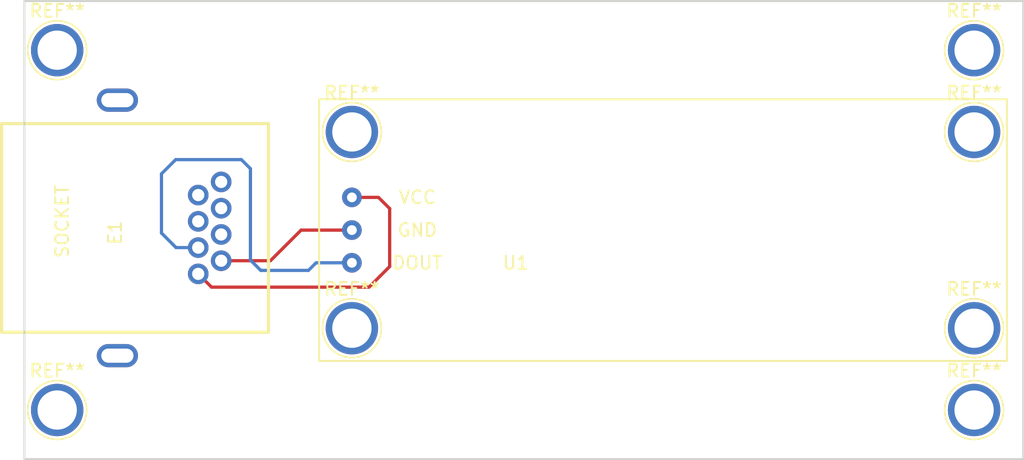
<source format=kicad_pcb>
(kicad_pcb (version 4) (host pcbnew 4.0.6)

  (general
    (links 3)
    (no_connects 0)
    (area 153.594999 85.014999 231.215001 120.725001)
    (thickness 1.6)
    (drawings 6)
    (tracks 20)
    (zones 0)
    (modules 10)
    (nets 9)
  )

  (page A4)
  (title_block
    (title pod_health_laser)
  )

  (layers
    (0 F.Cu signal)
    (31 B.Cu signal)
    (32 B.Adhes user)
    (33 F.Adhes user)
    (34 B.Paste user)
    (35 F.Paste user)
    (36 B.SilkS user)
    (37 F.SilkS user)
    (38 B.Mask user)
    (39 F.Mask user)
    (40 Dwgs.User user)
    (41 Cmts.User user)
    (42 Eco1.User user)
    (43 Eco2.User user)
    (44 Edge.Cuts user)
    (45 Margin user)
    (46 B.CrtYd user)
    (47 F.CrtYd user)
    (48 B.Fab user)
    (49 F.Fab user)
  )

  (setup
    (last_trace_width 0.25)
    (trace_clearance 0.2)
    (zone_clearance 0.508)
    (zone_45_only no)
    (trace_min 0.2)
    (segment_width 0.2)
    (edge_width 0.15)
    (via_size 0.6)
    (via_drill 0.4)
    (via_min_size 0.4)
    (via_min_drill 0.3)
    (uvia_size 0.3)
    (uvia_drill 0.1)
    (uvias_allowed no)
    (uvia_min_size 0.2)
    (uvia_min_drill 0.1)
    (pcb_text_width 0.3)
    (pcb_text_size 1.5 1.5)
    (mod_edge_width 0.15)
    (mod_text_size 1 1)
    (mod_text_width 0.15)
    (pad_size 1.524 1.524)
    (pad_drill 0.762)
    (pad_to_mask_clearance 0.2)
    (aux_axis_origin 0 0)
    (visible_elements 7FFFFFFF)
    (pcbplotparams
      (layerselection 0x00030_80000001)
      (usegerberextensions false)
      (excludeedgelayer true)
      (linewidth 0.100000)
      (plotframeref false)
      (viasonmask false)
      (mode 1)
      (useauxorigin false)
      (hpglpennumber 1)
      (hpglpenspeed 20)
      (hpglpendiameter 15)
      (hpglpenoverlay 2)
      (psnegative false)
      (psa4output false)
      (plotreference true)
      (plotvalue true)
      (plotinvisibletext false)
      (padsonsilk false)
      (subtractmaskfromsilk false)
      (outputformat 1)
      (mirror false)
      (drillshape 1)
      (scaleselection 1)
      (outputdirectory ""))
  )

  (net 0 "")
  (net 1 "Net-(E1-Pad1)")
  (net 2 "Net-(E1-Pad2)")
  (net 3 "Net-(E1-Pad3)")
  (net 4 "Net-(E1-Pad4)")
  (net 5 "Net-(E1-Pad5)")
  (net 6 "Net-(E1-Pad6)")
  (net 7 "Net-(E1-Pad8)")
  (net 8 "Net-(E1-Pad7)")

  (net_class Default "This is the default net class."
    (clearance 0.2)
    (trace_width 0.25)
    (via_dia 0.6)
    (via_drill 0.4)
    (uvia_dia 0.3)
    (uvia_drill 0.1)
    (add_net "Net-(E1-Pad1)")
    (add_net "Net-(E1-Pad2)")
    (add_net "Net-(E1-Pad3)")
    (add_net "Net-(E1-Pad4)")
    (add_net "Net-(E1-Pad5)")
    (add_net "Net-(E1-Pad6)")
    (add_net "Net-(E1-Pad7)")
    (add_net "Net-(E1-Pad8)")
  )

  (module laser_sensor:laser_sensor (layer F.Cu) (tedit 58ED99D4) (tstamp 58ED7F7A)
    (at 176.53 102.87)
    (path /58ED7D35)
    (fp_text reference U1 (at 15.24 2.54) (layer F.SilkS)
      (effects (font (size 1 1) (thickness 0.15)))
    )
    (fp_text value laser_sensor (at 15.24 -2.54) (layer F.Fab)
      (effects (font (size 1 1) (thickness 0.15)))
    )
    (fp_line (start 0 10.16) (end 0 -10.16) (layer F.SilkS) (width 0.15))
    (fp_line (start 53.34 -10.16) (end 53.34 10.16) (layer F.SilkS) (width 0.15))
    (fp_line (start 53.34 10.16) (end 49.53 10.16) (layer F.SilkS) (width 0.15))
    (fp_line (start 0 -10.16) (end 53.34 -10.16) (layer F.SilkS) (width 0.15))
    (fp_line (start 49.53 10.16) (end 0 10.16) (layer F.SilkS) (width 0.15))
    (fp_text user VCC (at 7.62 -2.54) (layer F.SilkS)
      (effects (font (size 1 1) (thickness 0.15)))
    )
    (fp_text user GND (at 7.62 0) (layer F.SilkS)
      (effects (font (size 1 1) (thickness 0.15)))
    )
    (fp_text user DOUT (at 7.62 2.54) (layer F.SilkS)
      (effects (font (size 1 1) (thickness 0.15)))
    )
    (pad 1 thru_hole circle (at 2.54 2.54) (size 1.524 1.524) (drill 0.762) (layers *.Cu *.Mask)
      (net 3 "Net-(E1-Pad3)"))
    (pad 2 thru_hole circle (at 2.54 0) (size 1.524 1.524) (drill 0.762) (layers *.Cu *.Mask)
      (net 2 "Net-(E1-Pad2)"))
    (pad 3 thru_hole circle (at 2.54 -2.54) (size 1.524 1.524) (drill 0.762) (layers *.Cu *.Mask)
      (net 1 "Net-(E1-Pad1)"))
  )

  (module Connectors:1pin (layer F.Cu) (tedit 5861332C) (tstamp 58ED9441)
    (at 156.21 88.9)
    (descr "module 1 pin (ou trou mecanique de percage)")
    (tags DEV)
    (fp_text reference REF** (at 0 -3.048) (layer F.SilkS)
      (effects (font (size 1 1) (thickness 0.15)))
    )
    (fp_text value 1pin (at 0 3) (layer F.Fab)
      (effects (font (size 1 1) (thickness 0.15)))
    )
    (fp_circle (center 0 0) (end 2 0.8) (layer F.Fab) (width 0.1))
    (fp_circle (center 0 0) (end 2.6 0) (layer F.CrtYd) (width 0.05))
    (fp_circle (center 0 0) (end 0 -2.286) (layer F.SilkS) (width 0.12))
    (pad 1 thru_hole circle (at 0 0) (size 4.064 4.064) (drill 3.048) (layers *.Cu *.Mask))
  )

  (module Connectors:1pin (layer F.Cu) (tedit 5861332C) (tstamp 58ED9449)
    (at 227.33 88.9)
    (descr "module 1 pin (ou trou mecanique de percage)")
    (tags DEV)
    (fp_text reference REF** (at 0 -3.048) (layer F.SilkS)
      (effects (font (size 1 1) (thickness 0.15)))
    )
    (fp_text value 1pin (at 0 3) (layer F.Fab)
      (effects (font (size 1 1) (thickness 0.15)))
    )
    (fp_circle (center 0 0) (end 2 0.8) (layer F.Fab) (width 0.1))
    (fp_circle (center 0 0) (end 2.6 0) (layer F.CrtYd) (width 0.05))
    (fp_circle (center 0 0) (end 0 -2.286) (layer F.SilkS) (width 0.12))
    (pad 1 thru_hole circle (at 0 0) (size 4.064 4.064) (drill 3.048) (layers *.Cu *.Mask))
  )

  (module Connectors:1pin (layer F.Cu) (tedit 5861332C) (tstamp 58ED9452)
    (at 227.33 116.84)
    (descr "module 1 pin (ou trou mecanique de percage)")
    (tags DEV)
    (fp_text reference REF** (at 0 -3.048) (layer F.SilkS)
      (effects (font (size 1 1) (thickness 0.15)))
    )
    (fp_text value 1pin (at 0 3) (layer F.Fab)
      (effects (font (size 1 1) (thickness 0.15)))
    )
    (fp_circle (center 0 0) (end 2 0.8) (layer F.Fab) (width 0.1))
    (fp_circle (center 0 0) (end 2.6 0) (layer F.CrtYd) (width 0.05))
    (fp_circle (center 0 0) (end 0 -2.286) (layer F.SilkS) (width 0.12))
    (pad 1 thru_hole circle (at 0 0) (size 4.064 4.064) (drill 3.048) (layers *.Cu *.Mask))
  )

  (module Connectors:1pin (layer F.Cu) (tedit 5861332C) (tstamp 58ED9458)
    (at 156.21 116.84)
    (descr "module 1 pin (ou trou mecanique de percage)")
    (tags DEV)
    (fp_text reference REF** (at 0 -3.048) (layer F.SilkS)
      (effects (font (size 1 1) (thickness 0.15)))
    )
    (fp_text value 1pin (at 0 3) (layer F.Fab)
      (effects (font (size 1 1) (thickness 0.15)))
    )
    (fp_circle (center 0 0) (end 2 0.8) (layer F.Fab) (width 0.1))
    (fp_circle (center 0 0) (end 2.6 0) (layer F.CrtYd) (width 0.05))
    (fp_circle (center 0 0) (end 0 -2.286) (layer F.SilkS) (width 0.12))
    (pad 1 thru_hole circle (at 0 0) (size 4.064 4.064) (drill 3.048) (layers *.Cu *.Mask))
  )

  (module Connectors:1pin (layer F.Cu) (tedit 5861332C) (tstamp 58ED9A03)
    (at 179.07 95.25)
    (descr "module 1 pin (ou trou mecanique de percage)")
    (tags DEV)
    (fp_text reference REF** (at 0 -3.048) (layer F.SilkS)
      (effects (font (size 1 1) (thickness 0.15)))
    )
    (fp_text value 1pin (at 0 3) (layer F.Fab)
      (effects (font (size 1 1) (thickness 0.15)))
    )
    (fp_circle (center 0 0) (end 2 0.8) (layer F.Fab) (width 0.1))
    (fp_circle (center 0 0) (end 2.6 0) (layer F.CrtYd) (width 0.05))
    (fp_circle (center 0 0) (end 0 -2.286) (layer F.SilkS) (width 0.12))
    (pad 1 thru_hole circle (at 0 0) (size 4.064 4.064) (drill 3.048) (layers *.Cu *.Mask))
  )

  (module Connectors:1pin (layer F.Cu) (tedit 5861332C) (tstamp 58ED9A04)
    (at 179.07 110.49)
    (descr "module 1 pin (ou trou mecanique de percage)")
    (tags DEV)
    (fp_text reference REF** (at 0 -3.048) (layer F.SilkS)
      (effects (font (size 1 1) (thickness 0.15)))
    )
    (fp_text value 1pin (at 0 3) (layer F.Fab)
      (effects (font (size 1 1) (thickness 0.15)))
    )
    (fp_circle (center 0 0) (end 2 0.8) (layer F.Fab) (width 0.1))
    (fp_circle (center 0 0) (end 2.6 0) (layer F.CrtYd) (width 0.05))
    (fp_circle (center 0 0) (end 0 -2.286) (layer F.SilkS) (width 0.12))
    (pad 1 thru_hole circle (at 0 0) (size 4.064 4.064) (drill 3.048) (layers *.Cu *.Mask))
  )

  (module Connectors:1pin (layer F.Cu) (tedit 5861332C) (tstamp 58ED9A05)
    (at 227.33 95.25)
    (descr "module 1 pin (ou trou mecanique de percage)")
    (tags DEV)
    (fp_text reference REF** (at 0 -3.048) (layer F.SilkS)
      (effects (font (size 1 1) (thickness 0.15)))
    )
    (fp_text value 1pin (at 0 3) (layer F.Fab)
      (effects (font (size 1 1) (thickness 0.15)))
    )
    (fp_circle (center 0 0) (end 2 0.8) (layer F.Fab) (width 0.1))
    (fp_circle (center 0 0) (end 2.6 0) (layer F.CrtYd) (width 0.05))
    (fp_circle (center 0 0) (end 0 -2.286) (layer F.SilkS) (width 0.12))
    (pad 1 thru_hole circle (at 0 0) (size 4.064 4.064) (drill 3.048) (layers *.Cu *.Mask))
  )

  (module Connectors:1pin (layer F.Cu) (tedit 5861332C) (tstamp 58ED9A06)
    (at 227.33 110.49)
    (descr "module 1 pin (ou trou mecanique de percage)")
    (tags DEV)
    (fp_text reference REF** (at 0 -3.048) (layer F.SilkS)
      (effects (font (size 1 1) (thickness 0.15)))
    )
    (fp_text value 1pin (at 0 3) (layer F.Fab)
      (effects (font (size 1 1) (thickness 0.15)))
    )
    (fp_circle (center 0 0) (end 2 0.8) (layer F.Fab) (width 0.1))
    (fp_circle (center 0 0) (end 2.6 0) (layer F.CrtYd) (width 0.05))
    (fp_circle (center 0 0) (end 0 -2.286) (layer F.SilkS) (width 0.12))
    (pad 1 thru_hole circle (at 0 0) (size 4.064 4.064) (drill 3.048) (layers *.Cu *.Mask))
  )

  (module footprints:RJE71-188-1401-ND (layer F.Cu) (tedit 597123A2) (tstamp 5971237F)
    (at 172.6 94.6 270)
    (path /59711D5E)
    (fp_text reference E1 (at 8.47 11.9 270) (layer F.SilkS)
      (effects (font (size 1 1) (thickness 0.15)))
    )
    (fp_text value RJE71-188-1401-ND (at 14.8 9.7 360) (layer F.Fab)
      (effects (font (size 1 1) (thickness 0.15)))
    )
    (fp_text user SOCKET (at 7.6 16 270) (layer F.SilkS)
      (effects (font (size 1 1) (thickness 0.15)))
    )
    (fp_line (start 16.2 0) (end 16.2 20.7) (layer F.SilkS) (width 0.25))
    (fp_line (start 0 20.7) (end 16.2 20.7) (layer F.SilkS) (width 0.25))
    (fp_line (start 0 0) (end 16.2 0) (layer F.SilkS) (width 0.25))
    (fp_line (start 0 0) (end 0 20.7) (layer F.SilkS) (width 0.25))
    (pad 1 thru_hole circle (at 11.67 5.45 270) (size 1.6 1.6) (drill 0.95) (layers *.Cu *.Mask)
      (net 1 "Net-(E1-Pad1)"))
    (pad 2 thru_hole circle (at 10.65 3.67 270) (size 1.6 1.6) (drill 0.95) (layers *.Cu *.Mask)
      (net 2 "Net-(E1-Pad2)"))
    (pad 3 thru_hole circle (at 9.63 5.45 270) (size 1.6 1.6) (drill 0.95) (layers *.Cu *.Mask)
      (net 3 "Net-(E1-Pad3)"))
    (pad 4 thru_hole circle (at 8.61 3.67 270) (size 1.6 1.6) (drill 0.95) (layers *.Cu *.Mask)
      (net 4 "Net-(E1-Pad4)"))
    (pad 5 thru_hole circle (at 7.59 5.45 270) (size 1.6 1.6) (drill 0.95) (layers *.Cu *.Mask)
      (net 5 "Net-(E1-Pad5)"))
    (pad 6 thru_hole circle (at 6.57 3.67 270) (size 1.6 1.6) (drill 0.95) (layers *.Cu *.Mask)
      (net 6 "Net-(E1-Pad6)"))
    (pad "" thru_hole oval (at -1.82 11.72 270) (size 1.8 3.2) (drill oval 1.1 2.5) (layers *.Cu *.Mask))
    (pad "" thru_hole oval (at 18.02 11.72 270) (size 1.8 3.2) (drill oval 1.1 2.5) (layers *.Cu *.Mask))
    (pad 8 thru_hole circle (at 4.53 3.67 270) (size 1.6 1.6) (drill 0.95) (layers *.Cu *.Mask)
      (net 7 "Net-(E1-Pad8)"))
    (pad 7 thru_hole circle (at 5.55 5.45 270) (size 1.6 1.6) (drill 0.95) (layers *.Cu *.Mask)
      (net 8 "Net-(E1-Pad7)"))
  )

  (gr_line (start 231.14 85.09) (end 229.87 85.09) (angle 90) (layer Edge.Cuts) (width 0.15))
  (gr_line (start 231.14 120.65) (end 231.14 85.09) (angle 90) (layer Edge.Cuts) (width 0.15))
  (gr_line (start 153.67 120.65) (end 231.14 120.65) (angle 90) (layer Edge.Cuts) (width 0.15))
  (gr_line (start 153.67 119.38) (end 153.67 120.65) (angle 90) (layer Edge.Cuts) (width 0.15))
  (gr_line (start 153.67 85.09) (end 153.67 119.38) (angle 90) (layer Edge.Cuts) (width 0.15))
  (gr_line (start 229.87 85.09) (end 153.67 85.09) (angle 90) (layer Edge.Cuts) (width 0.15))

  (segment (start 179.07 100.33) (end 181.13 100.33) (width 0.25) (layer F.Cu) (net 1) (status 400000))
  (segment (start 168.18 107.3) (end 167.15 106.27) (width 0.25) (layer F.Cu) (net 1) (tstamp 59712415) (status 800000))
  (segment (start 180.4 107.3) (end 168.18 107.3) (width 0.25) (layer F.Cu) (net 1) (tstamp 59712413))
  (segment (start 182 105.7) (end 180.4 107.3) (width 0.25) (layer F.Cu) (net 1) (tstamp 59712411))
  (segment (start 182 101.2) (end 182 105.7) (width 0.25) (layer F.Cu) (net 1) (tstamp 59712410))
  (segment (start 181.13 100.33) (end 182 101.2) (width 0.25) (layer F.Cu) (net 1) (tstamp 5971240F))
  (segment (start 168.93 105.25) (end 172.75 105.25) (width 0.25) (layer F.Cu) (net 2) (status 400000))
  (segment (start 175.13 102.87) (end 179.07 102.87) (width 0.25) (layer F.Cu) (net 2) (tstamp 5971241B) (status 800000))
  (segment (start 172.75 105.25) (end 175.13 102.87) (width 0.25) (layer F.Cu) (net 2) (tstamp 59712419))
  (segment (start 167.15 104.23) (end 165.43 104.23) (width 0.25) (layer B.Cu) (net 3) (status 400000))
  (segment (start 176.29 105.41) (end 179.07 105.41) (width 0.25) (layer B.Cu) (net 3) (tstamp 5971242B) (status 800000))
  (segment (start 175.7 106) (end 176.29 105.41) (width 0.25) (layer B.Cu) (net 3) (tstamp 5971242A))
  (segment (start 172 106) (end 175.7 106) (width 0.25) (layer B.Cu) (net 3) (tstamp 59712429))
  (segment (start 171.2 105.2) (end 172 106) (width 0.25) (layer B.Cu) (net 3) (tstamp 59712428))
  (segment (start 171.2 98.1) (end 171.2 105.2) (width 0.25) (layer B.Cu) (net 3) (tstamp 59712427))
  (segment (start 170.5 97.4) (end 171.2 98.1) (width 0.25) (layer B.Cu) (net 3) (tstamp 59712426))
  (segment (start 165.4 97.4) (end 170.5 97.4) (width 0.25) (layer B.Cu) (net 3) (tstamp 59712424))
  (segment (start 164.3 98.5) (end 165.4 97.4) (width 0.25) (layer B.Cu) (net 3) (tstamp 59712423))
  (segment (start 164.3 103.1) (end 164.3 98.5) (width 0.25) (layer B.Cu) (net 3) (tstamp 59712421))
  (segment (start 165.43 104.23) (end 164.3 103.1) (width 0.25) (layer B.Cu) (net 3) (tstamp 5971241F))

)

</source>
